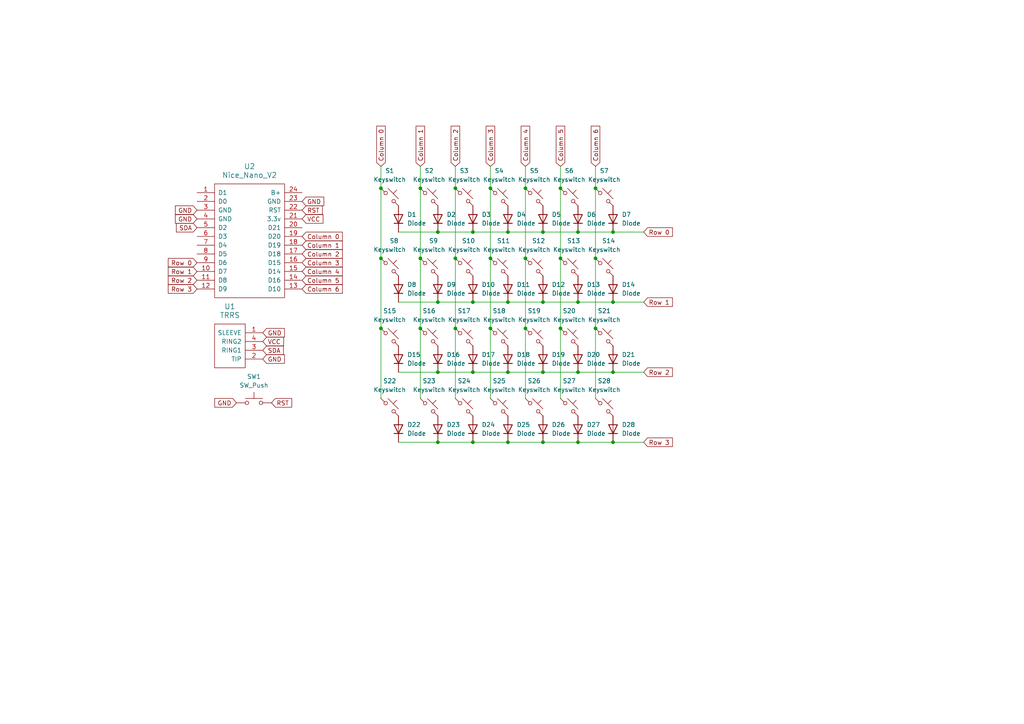
<source format=kicad_sch>
(kicad_sch (version 20231120) (generator "eeschema") (generator_version "8.0")
  (paper "A4")
  (lib_symbols
    (symbol "ScottoKeebs:MCU_Nice_Nano_V2" (pin_names (offset 1.016))
      (property "Reference" "U" (at 0 0 0))
      (property "Value" "Nice_Nano_V2" (at 0 -19.05 0))
      (symbol "MCU_Nice_Nano_V2_0_1"
        (rectangle (start -10.16 16.51) (end 10.16 -16.51))
      )
      (symbol "MCU_Nice_Nano_V2_1_1"
        (pin input line (at -15.24 13.97 0) (length 5.08) (name "D1") (number "1"))
        (pin input line (at -15.24 -8.89 0) (length 5.08) (name "D7") (number "10"))
        (pin input line (at -15.24 -11.43 0) (length 5.08) (name "D8") (number "11"))
        (pin input line (at -15.24 -13.97 0) (length 5.08) (name "D9") (number "12"))
        (pin input line (at 15.24 -13.97 180) (length 5.08) (name "D10") (number "13"))
        (pin input line (at 15.24 -11.43 180) (length 5.08) (name "D16") (number "14"))
        (pin input line (at 15.24 -8.89 180) (length 5.08) (name "D14") (number "15"))
        (pin input line (at 15.24 -6.35 180) (length 5.08) (name "D15") (number "16"))
        (pin input line (at 15.24 -3.81 180) (length 5.08) (name "D18") (number "17"))
        (pin input line (at 15.24 -1.27 180) (length 5.08) (name "D19") (number "18"))
        (pin input line (at 15.24 1.27 180) (length 5.08) (name "D20") (number "19"))
        (pin input line (at -15.24 11.43 0) (length 5.08) (name "D0") (number "2"))
        (pin input line (at 15.24 3.81 180) (length 5.08) (name "D21") (number "20"))
        (pin input line (at 15.24 6.35 180) (length 5.08) (name "3.3v") (number "21"))
        (pin input line (at 15.24 8.89 180) (length 5.08) (name "RST") (number "22"))
        (pin input line (at 15.24 11.43 180) (length 5.08) (name "GND") (number "23"))
        (pin input line (at 15.24 13.97 180) (length 5.08) (name "B+") (number "24"))
        (pin input line (at -15.24 8.89 0) (length 5.08) (name "GND") (number "3"))
        (pin input line (at -15.24 6.35 0) (length 5.08) (name "GND") (number "4"))
        (pin input line (at -15.24 3.81 0) (length 5.08) (name "D2") (number "5"))
        (pin input line (at -15.24 1.27 0) (length 5.08) (name "D3") (number "6"))
        (pin input line (at -15.24 -1.27 0) (length 5.08) (name "D4") (number "7"))
        (pin input line (at -15.24 -3.81 0) (length 5.08) (name "D5") (number "8"))
        (pin input line (at -15.24 -6.35 0) (length 5.08) (name "D6") (number "9"))
      )
    )
    (symbol "ScottoKeebs:Placeholder_Diode" (pin_numbers hide) (pin_names hide)
      (property "Reference" "D" (at 0 2.54 0))
      (property "Value" "Diode" (at 0 -2.54 0))
      (symbol "Placeholder_Diode_0_1"
        (polyline (pts (xy -1.27 1.27) (xy -1.27 -1.27)) (stroke (width 0.254)))
        (polyline (pts (xy 1.27 0) (xy -1.27 0)))
        (polyline (pts (xy 1.27 1.27) (xy 1.27 -1.27) (xy -1.27 0) (xy 1.27 1.27)) (stroke (width 0.254)))
      )
      (symbol "Placeholder_Diode_1_1"
        (pin passive line (at -3.81 0 0) (length 2.54) (name "K") (number "1"))
        (pin passive line (at 3.81 0 180) (length 2.54) (name "A") (number "2"))
      )
    )
    (symbol "ScottoKeebs:Placeholder_Keyswitch" (pin_numbers hide) (pin_names (offset 1.016) hide)
      (property "Reference" "S" (at 3.048 1.016 0))
      (property "Value" "Keyswitch" (at 0 -3.81 0))
      (symbol "Placeholder_Keyswitch_0_1"
        (circle (center -1.1684 1.1684) (radius 0.508))
        (polyline (pts (xy -0.508 2.54) (xy 2.54 -0.508)))
        (polyline (pts (xy 1.016 1.016) (xy 2.032 2.032)))
        (polyline (pts (xy -2.54 2.54) (xy -1.524 1.524) (xy -1.524 1.524)))
        (polyline (pts (xy 1.524 -1.524) (xy 2.54 -2.54) (xy 2.54 -2.54) (xy 2.54 -2.54)))
        (circle (center 1.143 -1.1938) (radius 0.508))
        (pin passive line (at -2.54 2.54 0) (length 0) (name "1") (number "1"))
        (pin passive line (at 2.54 -2.54 180) (length 0) (name "2") (number "2"))
      )
    )
    (symbol "ScottoKeebs:Placeholder_TRRS" (pin_names (offset 1.016))
      (property "Reference" "U" (at 0 15.24 0))
      (property "Value" "TRRS" (at 0 -2.54 0))
      (symbol "Placeholder_TRRS_0_1"
        (rectangle (start -3.81 0) (end -3.81 12.7))
        (rectangle (start -3.81 0) (end 5.08 0))
        (rectangle (start -3.81 12.7) (end 5.08 12.7))
        (rectangle (start 5.08 12.7) (end 5.08 0))
      )
      (symbol "Placeholder_TRRS_1_1"
        (pin input line (at -8.89 2.54 0) (length 5.08) (name "SLEEVE") (number "1"))
        (pin input line (at -8.89 10.16 0) (length 5.08) (name "TIP") (number "2"))
        (pin input line (at -8.89 7.62 0) (length 5.08) (name "RING1") (number "3"))
        (pin input line (at -8.89 5.08 0) (length 5.08) (name "RING2") (number "4"))
      )
    )
    (symbol "Switch:SW_Push" (pin_numbers hide) (pin_names (offset 1.016) hide)
      (property "Reference" "SW" (at 1.27 2.54 0))
      (property "Value" "SW_Push" (at 0 -1.524 0))
      (symbol "SW_Push_0_1"
        (circle (center -2.032 0) (radius 0.508))
        (polyline (pts (xy 0 1.27) (xy 0 3.048)))
        (polyline (pts (xy 2.54 1.27) (xy -2.54 1.27)))
        (circle (center 2.032 0) (radius 0.508))
        (pin passive line (at -5.08 0 0) (length 2.54) (name "1") (number "1"))
        (pin passive line (at 5.08 0 180) (length 2.54) (name "2") (number "2"))
      )
    )
  )
  (junction (at 127 87.63))
  (junction (at 162.56 95.25))
  (junction (at 110.49 95.25))
  (junction (at 110.49 54.61))
  (junction (at 137.16 67.31))
  (junction (at 172.72 74.93))
  (junction (at 121.92 54.61))
  (junction (at 127 107.95))
  (junction (at 157.48 107.95))
  (junction (at 167.64 87.63))
  (junction (at 127 128.27))
  (junction (at 121.92 95.25))
  (junction (at 121.92 74.93))
  (junction (at 162.56 74.93))
  (junction (at 137.16 107.95))
  (junction (at 177.8 67.31))
  (junction (at 177.8 87.63))
  (junction (at 172.72 95.25))
  (junction (at 142.24 74.93))
  (junction (at 177.8 128.27))
  (junction (at 147.32 128.27))
  (junction (at 132.08 95.25))
  (junction (at 142.24 54.61))
  (junction (at 147.32 67.31))
  (junction (at 167.64 107.95))
  (junction (at 147.32 87.63))
  (junction (at 110.49 74.93))
  (junction (at 147.32 107.95))
  (junction (at 162.56 54.61))
  (junction (at 137.16 128.27))
  (junction (at 157.48 128.27))
  (junction (at 177.8 107.95))
  (junction (at 142.24 95.25))
  (junction (at 132.08 74.93))
  (junction (at 132.08 54.61))
  (junction (at 152.4 54.61))
  (junction (at 127 67.31))
  (junction (at 167.64 67.31))
  (junction (at 137.16 87.63))
  (junction (at 152.4 74.93))
  (junction (at 172.72 54.61))
  (junction (at 167.64 128.27))
  (junction (at 157.48 67.31))
  (junction (at 157.48 87.63))
  (junction (at 152.4 95.25))
  (wire (pts (xy 115.57 87.63) (xy 127 87.63)))
  (wire (pts (xy 167.64 67.31) (xy 177.8 67.31)))
  (wire (pts (xy 115.57 67.31) (xy 127 67.31)))
  (wire (pts (xy 157.48 67.31) (xy 167.64 67.31)))
  (wire (pts (xy 115.57 107.95) (xy 127 107.95)))
  (wire (pts (xy 172.72 48.26) (xy 172.72 54.61)))
  (wire (pts (xy 132.08 74.93) (xy 132.08 95.25)))
  (wire (pts (xy 147.32 128.27) (xy 157.48 128.27)))
  (wire (pts (xy 127 87.63) (xy 137.16 87.63)))
  (wire (pts (xy 110.49 48.26) (xy 110.49 54.61)))
  (wire (pts (xy 127 107.95) (xy 137.16 107.95)))
  (wire (pts (xy 167.64 128.27) (xy 177.8 128.27)))
  (wire (pts (xy 127 67.31) (xy 137.16 67.31)))
  (wire (pts (xy 167.64 87.63) (xy 177.8 87.63)))
  (wire (pts (xy 162.56 54.61) (xy 162.56 74.93)))
  (wire (pts (xy 172.72 54.61) (xy 172.72 74.93)))
  (wire (pts (xy 152.4 54.61) (xy 152.4 74.93)))
  (wire (pts (xy 157.48 87.63) (xy 167.64 87.63)))
  (wire (pts (xy 137.16 87.63) (xy 147.32 87.63)))
  (wire (pts (xy 152.4 48.26) (xy 152.4 54.61)))
  (wire (pts (xy 121.92 95.25) (xy 121.92 115.57)))
  (wire (pts (xy 177.8 87.63) (xy 186.69 87.63)))
  (wire (pts (xy 137.16 67.31) (xy 147.32 67.31)))
  (wire (pts (xy 132.08 95.25) (xy 132.08 115.57)))
  (wire (pts (xy 152.4 74.93) (xy 152.4 95.25)))
  (wire (pts (xy 132.08 54.61) (xy 132.08 74.93)))
  (wire (pts (xy 142.24 74.93) (xy 142.24 95.25)))
  (wire (pts (xy 147.32 107.95) (xy 157.48 107.95)))
  (wire (pts (xy 152.4 95.25) (xy 152.4 115.57)))
  (wire (pts (xy 110.49 54.61) (xy 110.49 74.93)))
  (wire (pts (xy 157.48 128.27) (xy 167.64 128.27)))
  (wire (pts (xy 142.24 48.26) (xy 142.24 54.61)))
  (wire (pts (xy 172.72 74.93) (xy 172.72 95.25)))
  (wire (pts (xy 110.49 95.25) (xy 110.49 115.57)))
  (wire (pts (xy 172.72 95.25) (xy 172.72 115.57)))
  (wire (pts (xy 142.24 95.25) (xy 142.24 115.57)))
  (wire (pts (xy 167.64 107.95) (xy 177.8 107.95)))
  (wire (pts (xy 132.08 48.26) (xy 132.08 54.61)))
  (wire (pts (xy 147.32 67.31) (xy 157.48 67.31)))
  (wire (pts (xy 177.8 67.31) (xy 186.69 67.31)))
  (wire (pts (xy 137.16 107.95) (xy 147.32 107.95)))
  (wire (pts (xy 137.16 128.27) (xy 147.32 128.27)))
  (wire (pts (xy 121.92 48.26) (xy 121.92 54.61)))
  (wire (pts (xy 121.92 74.93) (xy 121.92 95.25)))
  (wire (pts (xy 177.8 107.95) (xy 186.69 107.95)))
  (wire (pts (xy 157.48 107.95) (xy 167.64 107.95)))
  (wire (pts (xy 121.92 54.61) (xy 121.92 74.93)))
  (wire (pts (xy 127 128.27) (xy 137.16 128.27)))
  (wire (pts (xy 110.49 74.93) (xy 110.49 95.25)))
  (wire (pts (xy 162.56 74.93) (xy 162.56 95.25)))
  (wire (pts (xy 162.56 48.26) (xy 162.56 54.61)))
  (wire (pts (xy 147.32 87.63) (xy 157.48 87.63)))
  (wire (pts (xy 162.56 95.25) (xy 162.56 115.57)))
  (wire (pts (xy 115.57 128.27) (xy 127 128.27)))
  (wire (pts (xy 177.8 128.27) (xy 186.69 128.27)))
  (wire (pts (xy 142.24 54.61) (xy 142.24 74.93)))
  (global_label "Column 6" (shape input) (at 87.63 83.82 0) (property "Intersheetrefs" "${INTERSHEET_REFS}" (effects (hide yes))))
  (global_label "GND" (shape input) (at 68.58 116.84 180) (property "Intersheetrefs" "${INTERSHEET_REFS}" (effects (hide yes))))
  (global_label "GND" (shape input) (at 57.15 60.96 180) (property "Intersheetrefs" "${INTERSHEET_REFS}" (effects (hide yes))))
  (global_label "GND" (shape input) (at 76.2 104.14 0) (property "Intersheetrefs" "${INTERSHEET_REFS}" (effects (hide yes))))
  (global_label "Row 3" (shape input) (at 57.15 83.82 180) (property "Intersheetrefs" "${INTERSHEET_REFS}" (effects (hide yes))))
  (global_label "Column 3" (shape input) (at 87.63 76.2 0) (property "Intersheetrefs" "${INTERSHEET_REFS}" (effects (hide yes))))
  (global_label "Column 4" (shape input) (at 87.63 78.74 0) (property "Intersheetrefs" "${INTERSHEET_REFS}" (effects (hide yes))))
  (global_label "Column 0" (shape input) (at 110.49 48.26 90) (property "Intersheetrefs" "${INTERSHEET_REFS}" (effects (hide yes))))
  (global_label "GND" (shape input) (at 87.63 58.42 0) (property "Intersheetrefs" "${INTERSHEET_REFS}" (effects (hide yes))))
  (global_label "Row 2" (shape input) (at 57.15 81.28 180) (property "Intersheetrefs" "${INTERSHEET_REFS}" (effects (hide yes))))
  (global_label "Column 5" (shape input) (at 162.56 48.26 90) (property "Intersheetrefs" "${INTERSHEET_REFS}" (effects (hide yes))))
  (global_label "Row 3" (shape input) (at 186.69 128.27 0) (property "Intersheetrefs" "${INTERSHEET_REFS}" (effects (hide yes))))
  (global_label "GND" (shape input) (at 76.2 96.52 0) (property "Intersheetrefs" "${INTERSHEET_REFS}" (effects (hide yes))))
  (global_label "Column 6" (shape input) (at 172.72 48.26 90) (property "Intersheetrefs" "${INTERSHEET_REFS}" (effects (hide yes))))
  (global_label "Column 2" (shape input) (at 87.63 73.66 0) (property "Intersheetrefs" "${INTERSHEET_REFS}" (effects (hide yes))))
  (global_label "Row 0" (shape input) (at 186.69 67.31 0) (property "Intersheetrefs" "${INTERSHEET_REFS}" (effects (hide yes))))
  (global_label "SDA" (shape input) (at 76.2 101.6 0) (property "Intersheetrefs" "${INTERSHEET_REFS}" (effects (hide yes))))
  (global_label "Row 2" (shape input) (at 186.69 107.95 0) (property "Intersheetrefs" "${INTERSHEET_REFS}" (effects (hide yes))))
  (global_label "Row 1" (shape input) (at 57.15 78.74 180) (property "Intersheetrefs" "${INTERSHEET_REFS}" (effects (hide yes))))
  (global_label "Column 5" (shape input) (at 87.63 81.28 0) (property "Intersheetrefs" "${INTERSHEET_REFS}" (effects (hide yes))))
  (global_label "Column 1" (shape input) (at 121.92 48.26 90) (property "Intersheetrefs" "${INTERSHEET_REFS}" (effects (hide yes))))
  (global_label "VCC" (shape input) (at 87.63 63.5 0) (property "Intersheetrefs" "${INTERSHEET_REFS}" (effects (hide yes))))
  (global_label "RST" (shape input) (at 87.63 60.96 0) (property "Intersheetrefs" "${INTERSHEET_REFS}" (effects (hide yes))))
  (global_label "Column 3" (shape input) (at 142.24 48.26 90) (property "Intersheetrefs" "${INTERSHEET_REFS}" (effects (hide yes))))
  (global_label "GND" (shape input) (at 57.15 63.5 180) (property "Intersheetrefs" "${INTERSHEET_REFS}" (effects (hide yes))))
  (global_label "Row 1" (shape input) (at 186.69 87.63 0) (property "Intersheetrefs" "${INTERSHEET_REFS}" (effects (hide yes))))
  (global_label "SDA" (shape input) (at 57.15 66.04 180) (property "Intersheetrefs" "${INTERSHEET_REFS}" (effects (hide yes))))
  (global_label "Column 4" (shape input) (at 152.4 48.26 90) (property "Intersheetrefs" "${INTERSHEET_REFS}" (effects (hide yes))))
  (global_label "Column 2" (shape input) (at 132.08 48.26 90) (property "Intersheetrefs" "${INTERSHEET_REFS}" (effects (hide yes))))
  (global_label "Column 0" (shape input) (at 87.63 68.58 0) (property "Intersheetrefs" "${INTERSHEET_REFS}" (effects (hide yes))))
  (global_label "Column 1" (shape input) (at 87.63 71.12 0) (property "Intersheetrefs" "${INTERSHEET_REFS}" (effects (hide yes))))
  (global_label "Row 0" (shape input) (at 57.15 76.2 180) (property "Intersheetrefs" "${INTERSHEET_REFS}" (effects (hide yes))))
  (global_label "VCC" (shape input) (at 76.2 99.06 0) (property "Intersheetrefs" "${INTERSHEET_REFS}" (effects (hide yes))))
  (global_label "RST" (shape input) (at 78.74 116.84 0) (property "Intersheetrefs" "${INTERSHEET_REFS}" (effects (hide yes))))
  (symbol (lib_id "ScottoKeebs:Placeholder_Keyswitch") (at 165.1 118.11 0) (unit 1)
    (property "Reference" "S27" (at 165.1 110.49 0))
    (property "Value" "Keyswitch" (at 165.1 113.03 0))
    (property "Footprint" "Flippy:Kailh-PG1350-1u-reversible-No-Clickhole" (effects (hide yes)))
    (property "Description" "Push button switch, normally open, two pins, 45° tilted" (effects (hide yes)))
  )
  (symbol (lib_id "ScottoKeebs:Placeholder_Keyswitch") (at 144.78 77.47 0) (unit 1)
    (property "Reference" "S11" (at 146.05 69.85 0))
    (property "Value" "Keyswitch" (at 144.78 72.39 0))
    (property "Footprint" "Flippy:Kailh-PG1350-1u-reversible-No-Clickhole" (effects (hide yes)))
    (property "Description" "Push button switch, normally open, two pins, 45° tilted" (effects (hide yes)))
  )
  (symbol (lib_id "ScottoKeebs:Placeholder_Keyswitch") (at 134.62 77.47 0) (unit 1)
    (property "Reference" "S10" (at 135.89 69.85 0))
    (property "Value" "Keyswitch" (at 134.62 72.39 0))
    (property "Footprint" "Flippy:Kailh-PG1350-1u-reversible-No-Clickhole" (effects (hide yes)))
    (property "Description" "Push button switch, normally open, two pins, 45° tilted" (effects (hide yes)))
  )
  (symbol (lib_id "ScottoKeebs:Placeholder_Keyswitch") (at 144.78 97.79 0) (unit 1)
    (property "Reference" "S18" (at 144.78 90.17 0))
    (property "Value" "Keyswitch" (at 144.78 92.71 0))
    (property "Footprint" "Flippy:Kailh-PG1350-1u-reversible-No-Clickhole" (effects (hide yes)))
    (property "Description" "Push button switch, normally open, two pins, 45° tilted" (effects (hide yes)))
  )
  (symbol (lib_id "ScottoKeebs:Placeholder_Diode") (at 115.57 83.82 90) (unit 1)
    (property "Reference" "D8" (at 118.11 82.5499 90) (effects (justify right)))
    (property "Value" "Diode" (at 118.11 85.0899 90) (effects (justify right)))
    (property "Footprint" "Flippy:Diode_DO-35-FLIP" (effects (hide yes)))
    (property "Description" "1N4148 (DO-35) or 1N4148W (SOD-123)" (effects (hide yes)))
    (property "Sim.Device" "D" (effects (hide yes)))
    (property "Sim.Pins" "1=K 2=A" (effects (hide yes)))
  )
  (symbol (lib_id "ScottoKeebs:Placeholder_Diode") (at 177.8 104.14 90) (unit 1)
    (property "Reference" "D21" (at 180.34 102.8699 90) (effects (justify right)))
    (property "Value" "Diode" (at 180.34 105.4099 90) (effects (justify right)))
    (property "Footprint" "Flippy:Diode_DO-35-FLIP" (effects (hide yes)))
    (property "Description" "1N4148 (DO-35) or 1N4148W (SOD-123)" (effects (hide yes)))
    (property "Sim.Device" "D" (effects (hide yes)))
    (property "Sim.Pins" "1=K 2=A" (effects (hide yes)))
  )
  (symbol (lib_id "ScottoKeebs:Placeholder_Diode") (at 177.8 124.46 90) (unit 1)
    (property "Reference" "D28" (at 180.34 123.1899 90) (effects (justify right)))
    (property "Value" "Diode" (at 180.34 125.7299 90) (effects (justify right)))
    (property "Footprint" "Flippy:Diode_DO-35-FLIP" (effects (hide yes)))
    (property "Description" "1N4148 (DO-35) or 1N4148W (SOD-123)" (effects (hide yes)))
    (property "Sim.Device" "D" (effects (hide yes)))
    (property "Sim.Pins" "1=K 2=A" (effects (hide yes)))
  )
  (symbol (lib_id "ScottoKeebs:Placeholder_Keyswitch") (at 144.78 57.15 0) (unit 1)
    (property "Reference" "S4" (at 144.78 49.53 0))
    (property "Value" "Keyswitch" (at 144.78 52.07 0))
    (property "Footprint" "Flippy:Kailh-PG1350-1u-reversible-No-Clickhole" (effects (hide yes)))
    (property "Description" "Push button switch, normally open, two pins, 45° tilted" (effects (hide yes)))
  )
  (symbol (lib_id "ScottoKeebs:Placeholder_Diode") (at 147.32 124.46 90) (unit 1)
    (property "Reference" "D25" (at 149.86 123.1899 90) (effects (justify right)))
    (property "Value" "Diode" (at 149.86 125.7299 90) (effects (justify right)))
    (property "Footprint" "Flippy:Diode_DO-35-FLIP" (effects (hide yes)))
    (property "Description" "1N4148 (DO-35) or 1N4148W (SOD-123)" (effects (hide yes)))
    (property "Sim.Device" "D" (effects (hide yes)))
    (property "Sim.Pins" "1=K 2=A" (effects (hide yes)))
  )
  (symbol (lib_id "ScottoKeebs:Placeholder_Diode") (at 137.16 104.14 90) (unit 1)
    (property "Reference" "D17" (at 139.7 102.8699 90) (effects (justify right)))
    (property "Value" "Diode" (at 139.7 105.4099 90) (effects (justify right)))
    (property "Footprint" "Flippy:Diode_DO-35-FLIP" (effects (hide yes)))
    (property "Description" "1N4148 (DO-35) or 1N4148W (SOD-123)" (effects (hide yes)))
    (property "Sim.Device" "D" (effects (hide yes)))
    (property "Sim.Pins" "1=K 2=A" (effects (hide yes)))
  )
  (symbol (lib_id "ScottoKeebs:Placeholder_Keyswitch") (at 113.03 77.47 0) (unit 1)
    (property "Reference" "S8" (at 114.3 69.85 0))
    (property "Value" "Keyswitch" (at 113.03 72.39 0))
    (property "Footprint" "Flippy:Kailh-PG1350-1u-reversible-No-Clickhole" (effects (hide yes)))
    (property "Description" "Push button switch, normally open, two pins, 45° tilted" (effects (hide yes)))
  )
  (symbol (lib_id "ScottoKeebs:Placeholder_Keyswitch") (at 165.1 57.15 0) (unit 1)
    (property "Reference" "S6" (at 165.1 49.53 0))
    (property "Value" "Keyswitch" (at 165.1 52.07 0))
    (property "Footprint" "Flippy:Kailh-PG1350-1u-reversible-No-Clickhole" (effects (hide yes)))
    (property "Description" "Push button switch, normally open, two pins, 45° tilted" (effects (hide yes)))
  )
  (symbol (lib_id "ScottoKeebs:Placeholder_Diode") (at 137.16 63.5 90) (unit 1)
    (property "Reference" "D3" (at 139.7 62.2299 90) (effects (justify right)))
    (property "Value" "Diode" (at 139.7 64.7699 90) (effects (justify right)))
    (property "Footprint" "Flippy:Diode_DO-35-FLIP" (effects (hide yes)))
    (property "Description" "1N4148 (DO-35) or 1N4148W (SOD-123)" (effects (hide yes)))
    (property "Sim.Device" "D" (effects (hide yes)))
    (property "Sim.Pins" "1=K 2=A" (effects (hide yes)))
  )
  (symbol (lib_id "ScottoKeebs:Placeholder_Diode") (at 147.32 83.82 90) (unit 1)
    (property "Reference" "D11" (at 149.86 82.5499 90) (effects (justify right)))
    (property "Value" "Diode" (at 149.86 85.0899 90) (effects (justify right)))
    (property "Footprint" "Flippy:Diode_DO-35-FLIP" (effects (hide yes)))
    (property "Description" "1N4148 (DO-35) or 1N4148W (SOD-123)" (effects (hide yes)))
    (property "Sim.Device" "D" (effects (hide yes)))
    (property "Sim.Pins" "1=K 2=A" (effects (hide yes)))
  )
  (symbol (lib_id "ScottoKeebs:Placeholder_Keyswitch") (at 154.94 77.47 0) (unit 1)
    (property "Reference" "S12" (at 156.21 69.85 0))
    (property "Value" "Keyswitch" (at 154.94 72.39 0))
    (property "Footprint" "Flippy:Kailh-PG1350-1u-reversible-No-Clickhole" (effects (hide yes)))
    (property "Description" "Push button switch, normally open, two pins, 45° tilted" (effects (hide yes)))
  )
  (symbol (lib_id "ScottoKeebs:Placeholder_Keyswitch") (at 134.62 57.15 0) (unit 1)
    (property "Reference" "S3" (at 134.62 49.53 0))
    (property "Value" "Keyswitch" (at 134.62 52.07 0))
    (property "Footprint" "Flippy:Kailh-PG1350-1u-reversible-No-Clickhole" (effects (hide yes)))
    (property "Description" "Push button switch, normally open, two pins, 45° tilted" (effects (hide yes)))
  )
  (symbol (lib_id "ScottoKeebs:Placeholder_Diode") (at 157.48 124.46 90) (unit 1)
    (property "Reference" "D26" (at 160.02 123.1899 90) (effects (justify right)))
    (property "Value" "Diode" (at 160.02 125.7299 90) (effects (justify right)))
    (property "Footprint" "Flippy:Diode_DO-35-FLIP" (effects (hide yes)))
    (property "Description" "1N4148 (DO-35) or 1N4148W (SOD-123)" (effects (hide yes)))
    (property "Sim.Device" "D" (effects (hide yes)))
    (property "Sim.Pins" "1=K 2=A" (effects (hide yes)))
  )
  (symbol (lib_id "ScottoKeebs:Placeholder_Keyswitch") (at 134.62 118.11 0) (unit 1)
    (property "Reference" "S24" (at 134.62 110.49 0))
    (property "Value" "Keyswitch" (at 134.62 113.03 0))
    (property "Footprint" "Flippy:Kailh-PG1350-1u-reversible-No-Clickhole" (effects (hide yes)))
    (property "Description" "Push button switch, normally open, two pins, 45° tilted" (effects (hide yes)))
  )
  (symbol (lib_id "ScottoKeebs:Placeholder_Diode") (at 127 124.46 90) (unit 1)
    (property "Reference" "D23" (at 129.54 123.1899 90) (effects (justify right)))
    (property "Value" "Diode" (at 129.54 125.7299 90) (effects (justify right)))
    (property "Footprint" "Flippy:Diode_DO-35-FLIP" (effects (hide yes)))
    (property "Description" "1N4148 (DO-35) or 1N4148W (SOD-123)" (effects (hide yes)))
    (property "Sim.Device" "D" (effects (hide yes)))
    (property "Sim.Pins" "1=K 2=A" (effects (hide yes)))
  )
  (symbol (lib_id "Switch:SW_Push") (at 73.66 116.84 0) (unit 1)
    (property "Reference" "SW1" (at 73.66 109.22 0))
    (property "Value" "SW_Push" (at 73.66 111.76 0))
    (property "Footprint" "Button_Switch_THT:SW_PUSH_6mm_H4.3mm" (effects (hide yes)))
    (property "Description" "Push button switch, generic, two pins" (effects (hide yes)))
  )
  (symbol (lib_id "ScottoKeebs:Placeholder_Diode") (at 127 63.5 90) (unit 1)
    (property "Reference" "D2" (at 129.54 62.2299 90) (effects (justify right)))
    (property "Value" "Diode" (at 129.54 64.7699 90) (effects (justify right)))
    (property "Footprint" "Flippy:Diode_DO-35-FLIP" (effects (hide yes)))
    (property "Description" "1N4148 (DO-35) or 1N4148W (SOD-123)" (effects (hide yes)))
    (property "Sim.Device" "D" (effects (hide yes)))
    (property "Sim.Pins" "1=K 2=A" (effects (hide yes)))
  )
  (symbol (lib_id "ScottoKeebs:Placeholder_Diode") (at 167.64 83.82 90) (unit 1)
    (property "Reference" "D13" (at 170.18 82.5499 90) (effects (justify right)))
    (property "Value" "Diode" (at 170.18 85.0899 90) (effects (justify right)))
    (property "Footprint" "Flippy:Diode_DO-35-FLIP" (effects (hide yes)))
    (property "Description" "1N4148 (DO-35) or 1N4148W (SOD-123)" (effects (hide yes)))
    (property "Sim.Device" "D" (effects (hide yes)))
    (property "Sim.Pins" "1=K 2=A" (effects (hide yes)))
  )
  (symbol (lib_id "ScottoKeebs:Placeholder_Diode") (at 177.8 63.5 90) (unit 1)
    (property "Reference" "D7" (at 180.34 62.2299 90) (effects (justify right)))
    (property "Value" "Diode" (at 180.34 64.7699 90) (effects (justify right)))
    (property "Footprint" "Flippy:Diode_DO-35-FLIP" (effects (hide yes)))
    (property "Description" "1N4148 (DO-35) or 1N4148W (SOD-123)" (effects (hide yes)))
    (property "Sim.Device" "D" (effects (hide yes)))
    (property "Sim.Pins" "1=K 2=A" (effects (hide yes)))
  )
  (symbol (lib_id "ScottoKeebs:Placeholder_Keyswitch") (at 175.26 57.15 0) (unit 1)
    (property "Reference" "S7" (at 175.26 49.53 0))
    (property "Value" "Keyswitch" (at 175.26 52.07 0))
    (property "Footprint" "Flippy:Kailh-PG1350-1u-reversible-No-Clickhole" (effects (hide yes)))
    (property "Description" "Push button switch, normally open, two pins, 45° tilted" (effects (hide yes)))
  )
  (symbol (lib_id "ScottoKeebs:MCU_Nice_Nano_V2") (at 72.39 69.85 0) (unit 1)
    (property "Reference" "U2" (at 72.39 48.26 0) (effects (font (size 1.524 1.524))))
    (property "Value" "Nice_Nano_V2" (at 72.39 50.8 0) (effects (font (size 1.524 1.524))))
    (property "Footprint" "ScottoKeebs_MCU:Nice_Nano_V2" (effects (hide yes)))
  )
  (symbol (lib_id "ScottoKeebs:Placeholder_Keyswitch") (at 113.03 97.79 0) (unit 1)
    (property "Reference" "S15" (at 113.03 90.17 0))
    (property "Value" "Keyswitch" (at 113.03 92.71 0))
    (property "Footprint" "Flippy:Kailh-PG1350-1u-reversible-No-Clickhole" (effects (hide yes)))
    (property "Description" "Push button switch, normally open, two pins, 45° tilted" (effects (hide yes)))
  )
  (symbol (lib_id "ScottoKeebs:Placeholder_Diode") (at 127 104.14 90) (unit 1)
    (property "Reference" "D16" (at 129.54 102.8699 90) (effects (justify right)))
    (property "Value" "Diode" (at 129.54 105.4099 90) (effects (justify right)))
    (property "Footprint" "Flippy:Diode_DO-35-FLIP" (effects (hide yes)))
    (property "Description" "1N4148 (DO-35) or 1N4148W (SOD-123)" (effects (hide yes)))
    (property "Sim.Device" "D" (effects (hide yes)))
    (property "Sim.Pins" "1=K 2=A" (effects (hide yes)))
  )
  (symbol (lib_id "ScottoKeebs:Placeholder_Diode") (at 115.57 124.46 90) (unit 1)
    (property "Reference" "D22" (at 118.11 123.1899 90) (effects (justify right)))
    (property "Value" "Diode" (at 118.11 125.7299 90) (effects (justify right)))
    (property "Footprint" "Flippy:Diode_DO-35-FLIP" (effects (hide yes)))
    (property "Description" "1N4148 (DO-35) or 1N4148W (SOD-123)" (effects (hide yes)))
    (property "Sim.Device" "D" (effects (hide yes)))
    (property "Sim.Pins" "1=K 2=A" (effects (hide yes)))
  )
  (symbol (lib_id "ScottoKeebs:Placeholder_Diode") (at 167.64 124.46 90) (unit 1)
    (property "Reference" "D27" (at 170.18 123.1899 90) (effects (justify right)))
    (property "Value" "Diode" (at 170.18 125.7299 90) (effects (justify right)))
    (property "Footprint" "Flippy:Diode_DO-35-FLIP" (effects (hide yes)))
    (property "Description" "1N4148 (DO-35) or 1N4148W (SOD-123)" (effects (hide yes)))
    (property "Sim.Device" "D" (effects (hide yes)))
    (property "Sim.Pins" "1=K 2=A" (effects (hide yes)))
  )
  (symbol (lib_id "ScottoKeebs:Placeholder_Diode") (at 115.57 63.5 90) (unit 1)
    (property "Reference" "D1" (at 118.11 62.2299 90) (effects (justify right)))
    (property "Value" "Diode" (at 118.11 64.7699 90) (effects (justify right)))
    (property "Footprint" "Flippy:Diode_DO-35-FLIP" (effects (hide yes)))
    (property "Description" "1N4148 (DO-35) or 1N4148W (SOD-123)" (effects (hide yes)))
    (property "Sim.Device" "D" (effects (hide yes)))
    (property "Sim.Pins" "1=K 2=A" (effects (hide yes)))
  )
  (symbol (lib_id "ScottoKeebs:Placeholder_Keyswitch") (at 175.26 97.79 0) (unit 1)
    (property "Reference" "S21" (at 175.26 90.17 0))
    (property "Value" "Keyswitch" (at 175.26 92.71 0))
    (property "Footprint" "Flippy:Kailh-PG1350-1u-reversible-No-Clickhole" (effects (hide yes)))
    (property "Description" "Push button switch, normally open, two pins, 45° tilted" (effects (hide yes)))
  )
  (symbol (lib_id "ScottoKeebs:Placeholder_Diode") (at 137.16 83.82 90) (unit 1)
    (property "Reference" "D10" (at 139.7 82.5499 90) (effects (justify right)))
    (property "Value" "Diode" (at 139.7 85.0899 90) (effects (justify right)))
    (property "Footprint" "Flippy:Diode_DO-35-FLIP" (effects (hide yes)))
    (property "Description" "1N4148 (DO-35) or 1N4148W (SOD-123)" (effects (hide yes)))
    (property "Sim.Device" "D" (effects (hide yes)))
    (property "Sim.Pins" "1=K 2=A" (effects (hide yes)))
  )
  (symbol (lib_id "ScottoKeebs:Placeholder_Diode") (at 147.32 63.5 90) (unit 1)
    (property "Reference" "D4" (at 149.86 62.2299 90) (effects (justify right)))
    (property "Value" "Diode" (at 149.86 64.7699 90) (effects (justify right)))
    (property "Footprint" "Flippy:Diode_DO-35-FLIP" (effects (hide yes)))
    (property "Description" "1N4148 (DO-35) or 1N4148W (SOD-123)" (effects (hide yes)))
    (property "Sim.Device" "D" (effects (hide yes)))
    (property "Sim.Pins" "1=K 2=A" (effects (hide yes)))
  )
  (symbol (lib_id "ScottoKeebs:Placeholder_Diode") (at 177.8 83.82 90) (unit 1)
    (property "Reference" "D14" (at 180.34 82.5499 90) (effects (justify right)))
    (property "Value" "Diode" (at 180.34 85.0899 90) (effects (justify right)))
    (property "Footprint" "Flippy:Diode_DO-35-FLIP" (effects (hide yes)))
    (property "Description" "1N4148 (DO-35) or 1N4148W (SOD-123)" (effects (hide yes)))
    (property "Sim.Device" "D" (effects (hide yes)))
    (property "Sim.Pins" "1=K 2=A" (effects (hide yes)))
  )
  (symbol (lib_id "ScottoKeebs:Placeholder_Diode") (at 137.16 124.46 90) (unit 1)
    (property "Reference" "D24" (at 139.7 123.1899 90) (effects (justify right)))
    (property "Value" "Diode" (at 139.7 125.7299 90) (effects (justify right)))
    (property "Footprint" "Flippy:Diode_DO-35-FLIP" (effects (hide yes)))
    (property "Description" "1N4148 (DO-35) or 1N4148W (SOD-123)" (effects (hide yes)))
    (property "Sim.Device" "D" (effects (hide yes)))
    (property "Sim.Pins" "1=K 2=A" (effects (hide yes)))
  )
  (symbol (lib_id "ScottoKeebs:Placeholder_Diode") (at 147.32 104.14 90) (unit 1)
    (property "Reference" "D18" (at 149.86 102.8699 90) (effects (justify right)))
    (property "Value" "Diode" (at 149.86 105.4099 90) (effects (justify right)))
    (property "Footprint" "Flippy:Diode_DO-35-FLIP" (effects (hide yes)))
    (property "Description" "1N4148 (DO-35) or 1N4148W (SOD-123)" (effects (hide yes)))
    (property "Sim.Device" "D" (effects (hide yes)))
    (property "Sim.Pins" "1=K 2=A" (effects (hide yes)))
  )
  (symbol (lib_id "ScottoKeebs:Placeholder_Diode") (at 127 83.82 90) (unit 1)
    (property "Reference" "D9" (at 129.54 82.5499 90) (effects (justify right)))
    (property "Value" "Diode" (at 129.54 85.0899 90) (effects (justify right)))
    (property "Footprint" "Flippy:Diode_DO-35-FLIP" (effects (hide yes)))
    (property "Description" "1N4148 (DO-35) or 1N4148W (SOD-123)" (effects (hide yes)))
    (property "Sim.Device" "D" (effects (hide yes)))
    (property "Sim.Pins" "1=K 2=A" (effects (hide yes)))
  )
  (symbol (lib_id "ScottoKeebs:Placeholder_Keyswitch") (at 134.62 97.79 0) (unit 1)
    (property "Reference" "S17" (at 134.62 90.17 0))
    (property "Value" "Keyswitch" (at 134.62 92.71 0))
    (property "Footprint" "Flippy:Kailh-PG1350-1u-reversible-No-Clickhole" (effects (hide yes)))
    (property "Description" "Push button switch, normally open, two pins, 45° tilted" (effects (hide yes)))
  )
  (symbol (lib_id "ScottoKeebs:Placeholder_Keyswitch") (at 175.26 118.11 0) (unit 1)
    (property "Reference" "S28" (at 175.26 110.49 0))
    (property "Value" "Keyswitch" (at 175.26 113.03 0))
    (property "Footprint" "Flippy:Kailh-PG1350-1u-reversible-No-Clickhole" (effects (hide yes)))
    (property "Description" "Push button switch, normally open, two pins, 45° tilted" (effects (hide yes)))
  )
  (symbol (lib_id "ScottoKeebs:Placeholder_Keyswitch") (at 154.94 118.11 0) (unit 1)
    (property "Reference" "S26" (at 154.94 110.49 0))
    (property "Value" "Keyswitch" (at 154.94 113.03 0))
    (property "Footprint" "Flippy:Kailh-PG1350-1u-reversible-No-Clickhole" (effects (hide yes)))
    (property "Description" "Push button switch, normally open, two pins, 45° tilted" (effects (hide yes)))
  )
  (symbol (lib_id "ScottoKeebs:Placeholder_Diode") (at 167.64 63.5 90) (unit 1)
    (property "Reference" "D6" (at 170.18 62.2299 90) (effects (justify right)))
    (property "Value" "Diode" (at 170.18 64.7699 90) (effects (justify right)))
    (property "Footprint" "Flippy:Diode_DO-35-FLIP" (effects (hide yes)))
    (property "Description" "1N4148 (DO-35) or 1N4148W (SOD-123)" (effects (hide yes)))
    (property "Sim.Device" "D" (effects (hide yes)))
    (property "Sim.Pins" "1=K 2=A" (effects (hide yes)))
  )
  (symbol (lib_id "ScottoKeebs:Placeholder_Keyswitch") (at 124.46 118.11 0) (unit 1)
    (property "Reference" "S23" (at 124.46 110.49 0))
    (property "Value" "Keyswitch" (at 124.46 113.03 0))
    (property "Footprint" "Flippy:Kailh-PG1350-1u-reversible-No-Clickhole" (effects (hide yes)))
    (property "Description" "Push button switch, normally open, two pins, 45° tilted" (effects (hide yes)))
  )
  (symbol (lib_id "ScottoKeebs:Placeholder_Diode") (at 167.64 104.14 90) (unit 1)
    (property "Reference" "D20" (at 170.18 102.8699 90) (effects (justify right)))
    (property "Value" "Diode" (at 170.18 105.4099 90) (effects (justify right)))
    (property "Footprint" "Flippy:Diode_DO-35-FLIP" (effects (hide yes)))
    (property "Description" "1N4148 (DO-35) or 1N4148W (SOD-123)" (effects (hide yes)))
    (property "Sim.Device" "D" (effects (hide yes)))
    (property "Sim.Pins" "1=K 2=A" (effects (hide yes)))
  )
  (symbol (lib_id "ScottoKeebs:Placeholder_Keyswitch") (at 165.1 77.47 0) (unit 1)
    (property "Reference" "S13" (at 166.37 69.85 0))
    (property "Value" "Keyswitch" (at 165.1 72.39 0))
    (property "Footprint" "Flippy:Kailh-PG1350-1u-reversible-No-Clickhole" (effects (hide yes)))
    (property "Description" "Push button switch, normally open, two pins, 45° tilted" (effects (hide yes)))
  )
  (symbol (lib_id "ScottoKeebs:Placeholder_Keyswitch") (at 144.78 118.11 0) (unit 1)
    (property "Reference" "S25" (at 144.78 110.49 0))
    (property "Value" "Keyswitch" (at 144.78 113.03 0))
    (property "Footprint" "Flippy:Kailh-PG1350-1u-reversible-No-Clickhole" (effects (hide yes)))
    (property "Description" "Push button switch, normally open, two pins, 45° tilted" (effects (hide yes)))
  )
  (symbol (lib_id "ScottoKeebs:Placeholder_Keyswitch") (at 113.03 57.15 0) (unit 1)
    (property "Reference" "S1" (at 113.03 49.53 0))
    (property "Value" "Keyswitch" (at 113.03 52.07 0))
    (property "Footprint" "Flippy:Kailh-PG1350-1u-reversible-No-Clickhole" (effects (hide yes)))
    (property "Description" "Push button switch, normally open, two pins, 45° tilted" (effects (hide yes)))
  )
  (symbol (lib_id "ScottoKeebs:Placeholder_Diode") (at 157.48 104.14 90) (unit 1)
    (property "Reference" "D19" (at 160.02 102.8699 90) (effects (justify right)))
    (property "Value" "Diode" (at 160.02 105.4099 90) (effects (justify right)))
    (property "Footprint" "Flippy:Diode_DO-35-FLIP" (effects (hide yes)))
    (property "Description" "1N4148 (DO-35) or 1N4148W (SOD-123)" (effects (hide yes)))
    (property "Sim.Device" "D" (effects (hide yes)))
    (property "Sim.Pins" "1=K 2=A" (effects (hide yes)))
  )
  (symbol (lib_id "ScottoKeebs:Placeholder_Keyswitch") (at 165.1 97.79 0) (unit 1)
    (property "Reference" "S20" (at 165.1 90.17 0))
    (property "Value" "Keyswitch" (at 165.1 92.71 0))
    (property "Footprint" "Flippy:Kailh-PG1350-1u-reversible-No-Clickhole" (effects (hide yes)))
    (property "Description" "Push button switch, normally open, two pins, 45° tilted" (effects (hide yes)))
  )
  (symbol (lib_id "ScottoKeebs:Placeholder_TRRS") (at 67.31 93.98 180) (unit 1)
    (property "Reference" "U1" (at 66.675 88.9 0) (effects (font (size 1.524 1.524))))
    (property "Value" "TRRS" (at 66.675 91.44 0) (effects (font (size 1.524 1.524))))
    (property "Footprint" "Flippy:TRRS_PJ-320A_FLIP" (effects (hide yes)))
  )
  (symbol (lib_id "ScottoKeebs:Placeholder_Keyswitch") (at 175.26 77.47 0) (unit 1)
    (property "Reference" "S14" (at 176.53 69.85 0))
    (property "Value" "Keyswitch" (at 175.26 72.39 0))
    (property "Footprint" "Flippy:Kailh-PG1350-1u-reversible-No-Clickhole" (effects (hide yes)))
    (property "Description" "Push button switch, normally open, two pins, 45° tilted" (effects (hide yes)))
  )
  (symbol (lib_id "ScottoKeebs:Placeholder_Keyswitch") (at 124.46 57.15 0) (unit 1)
    (property "Reference" "S2" (at 124.46 49.53 0))
    (property "Value" "Keyswitch" (at 124.46 52.07 0))
    (property "Footprint" "Flippy:Kailh-PG1350-1u-reversible-No-Clickhole" (effects (hide yes)))
    (property "Description" "Push button switch, normally open, two pins, 45° tilted" (effects (hide yes)))
  )
  (symbol (lib_id "ScottoKeebs:Placeholder_Diode") (at 157.48 63.5 90) (unit 1)
    (property "Reference" "D5" (at 160.02 62.2299 90) (effects (justify right)))
    (property "Value" "Diode" (at 160.02 64.7699 90) (effects (justify right)))
    (property "Footprint" "Flippy:Diode_DO-35-FLIP" (effects (hide yes)))
    (property "Description" "1N4148 (DO-35) or 1N4148W (SOD-123)" (effects (hide yes)))
    (property "Sim.Device" "D" (effects (hide yes)))
    (property "Sim.Pins" "1=K 2=A" (effects (hide yes)))
  )
  (symbol (lib_id "ScottoKeebs:Placeholder_Diode") (at 157.48 83.82 90) (unit 1)
    (property "Reference" "D12" (at 160.02 82.5499 90) (effects (justify right)))
    (property "Value" "Diode" (at 160.02 85.0899 90) (effects (justify right)))
    (property "Footprint" "Flippy:Diode_DO-35-FLIP" (effects (hide yes)))
    (property "Description" "1N4148 (DO-35) or 1N4148W (SOD-123)" (effects (hide yes)))
    (property "Sim.Device" "D" (effects (hide yes)))
    (property "Sim.Pins" "1=K 2=A" (effects (hide yes)))
  )
  (symbol (lib_id "ScottoKeebs:Placeholder_Keyswitch") (at 124.46 77.47 0) (unit 1)
    (property "Reference" "S9" (at 125.73 69.85 0))
    (property "Value" "Keyswitch" (at 124.46 72.39 0))
    (property "Footprint" "Flippy:Kailh-PG1350-1u-reversible-No-Clickhole" (effects (hide yes)))
    (property "Description" "Push button switch, normally open, two pins, 45° tilted" (effects (hide yes)))
  )
  (symbol (lib_id "ScottoKeebs:Placeholder_Keyswitch") (at 154.94 97.79 0) (unit 1)
    (property "Reference" "S19" (at 154.94 90.17 0))
    (property "Value" "Keyswitch" (at 154.94 92.71 0))
    (property "Footprint" "Flippy:Kailh-PG1350-1u-reversible-No-Clickhole" (effects (hide yes)))
    (property "Description" "Push button switch, normally open, two pins, 45° tilted" (effects (hide yes)))
  )
  (symbol (lib_id "ScottoKeebs:Placeholder_Diode") (at 115.57 104.14 90) (unit 1)
    (property "Reference" "D15" (at 118.11 102.8699 90) (effects (justify right)))
    (property "Value" "Diode" (at 118.11 105.4099 90) (effects (justify right)))
    (property "Footprint" "Flippy:Diode_DO-35-FLIP" (effects (hide yes)))
    (property "Description" "1N4148 (DO-35) or 1N4148W (SOD-123)" (effects (hide yes)))
    (property "Sim.Device" "D" (effects (hide yes)))
    (property "Sim.Pins" "1=K 2=A" (effects (hide yes)))
  )
  (symbol (lib_id "ScottoKeebs:Placeholder_Keyswitch") (at 124.46 97.79 0) (unit 1)
    (property "Reference" "S16" (at 124.46 90.17 0))
    (property "Value" "Keyswitch" (at 124.46 92.71 0))
    (property "Footprint" "Flippy:Kailh-PG1350-1u-reversible-No-Clickhole" (effects (hide yes)))
    (property "Description" "Push button switch, normally open, two pins, 45° tilted" (effects (hide yes)))
  )
  (symbol (lib_id "ScottoKeebs:Placeholder_Keyswitch") (at 113.03 118.11 0) (unit 1)
    (property "Reference" "S22" (at 113.03 110.49 0))
    (property "Value" "Keyswitch" (at 113.03 113.03 0))
    (property "Footprint" "Flippy:Kailh-PG1350-1u-reversible-No-Clickhole" (effects (hide yes)))
    (property "Description" "Push button switch, normally open, two pins, 45° tilted" (effects (hide yes)))
  )
  (symbol (lib_id "ScottoKeebs:Placeholder_Keyswitch") (at 154.94 57.15 0) (unit 1)
    (property "Reference" "S5" (at 154.94 49.53 0))
    (property "Value" "Keyswitch" (at 154.94 52.07 0))
    (property "Footprint" "Flippy:Kailh-PG1350-1u-reversible-No-Clickhole" (effects (hide yes)))
    (property "Description" "Push button switch, normally open, two pins, 45° tilted" (effects (hide yes)))
  )
)
</source>
